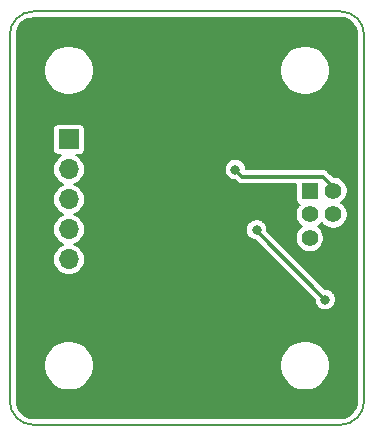
<source format=gbr>
G04 #@! TF.GenerationSoftware,KiCad,Pcbnew,5.1.2-f72e74a~84~ubuntu19.04.1*
G04 #@! TF.CreationDate,2019-06-20T20:35:49+03:00*
G04 #@! TF.ProjectId,GB-BRK-LINK-B,47422d42-524b-42d4-9c49-4e4b2d422e6b,v1.0*
G04 #@! TF.SameCoordinates,Original*
G04 #@! TF.FileFunction,Copper,L2,Bot*
G04 #@! TF.FilePolarity,Positive*
%FSLAX46Y46*%
G04 Gerber Fmt 4.6, Leading zero omitted, Abs format (unit mm)*
G04 Created by KiCad (PCBNEW 5.1.2-f72e74a~84~ubuntu19.04.1) date 2019-06-20 20:35:49*
%MOMM*%
%LPD*%
G04 APERTURE LIST*
%ADD10C,0.150000*%
%ADD11C,1.400000*%
%ADD12R,1.400000X1.400000*%
%ADD13O,2.200000X1.400000*%
%ADD14R,1.700000X1.700000*%
%ADD15O,1.700000X1.700000*%
%ADD16C,0.800000*%
%ADD17C,0.300000*%
%ADD18C,0.200000*%
G04 APERTURE END LIST*
D10*
X52000000Y-85000000D02*
G75*
G02X50000000Y-83000000I0J2000000D01*
G01*
X80000000Y-83000000D02*
G75*
G02X78000000Y-85000000I-2000000J0D01*
G01*
X78000000Y-50000000D02*
G75*
G02X80000000Y-52000000I0J-2000000D01*
G01*
X50000000Y-52000000D02*
G75*
G02X52000000Y-50000000I2000000J0D01*
G01*
X52000000Y-85000000D02*
X78000000Y-85000000D01*
X80000000Y-52000000D02*
X80000000Y-83000000D01*
X52000000Y-50000000D02*
X78000000Y-50000000D01*
X50000000Y-52000000D02*
X50000000Y-83000000D01*
D11*
X77400000Y-69200000D03*
X75400000Y-69200000D03*
X77400000Y-67200000D03*
X75400000Y-67200000D03*
X77400000Y-65200000D03*
D12*
X75400000Y-65200000D03*
D13*
X77000000Y-71700000D03*
X77000000Y-62700000D03*
D14*
X55000000Y-60850000D03*
D15*
X55000000Y-63390000D03*
X55000000Y-65930000D03*
X55000000Y-68470000D03*
X55000000Y-71010000D03*
X55000000Y-73550000D03*
D16*
X69100000Y-63400000D03*
X76700000Y-74400000D03*
X70900000Y-68500000D03*
D17*
X69699999Y-63999999D02*
X69100000Y-63400000D01*
X76499999Y-63999999D02*
X69699999Y-63999999D01*
X77400000Y-65200000D02*
X77400000Y-64900000D01*
X77400000Y-64900000D02*
X76499999Y-63999999D01*
X76700000Y-74400000D02*
X70900000Y-68600000D01*
X70900000Y-68600000D02*
X70900000Y-68500000D01*
D18*
G36*
X78276249Y-50604844D02*
G01*
X78541973Y-50685071D01*
X78787055Y-50815383D01*
X79002158Y-50990817D01*
X79179092Y-51204692D01*
X79311113Y-51448860D01*
X79393193Y-51714018D01*
X79425000Y-52016637D01*
X79425001Y-82971864D01*
X79395156Y-83276249D01*
X79314928Y-83541975D01*
X79184615Y-83787058D01*
X79009181Y-84002161D01*
X78795304Y-84179095D01*
X78551141Y-84311113D01*
X78285982Y-84393193D01*
X77983363Y-84425000D01*
X52028126Y-84425000D01*
X51723751Y-84395156D01*
X51458025Y-84314928D01*
X51212942Y-84184615D01*
X50997839Y-84009181D01*
X50820905Y-83795304D01*
X50688887Y-83551141D01*
X50606807Y-83285982D01*
X50575000Y-82983363D01*
X50575000Y-79793168D01*
X52900000Y-79793168D01*
X52900000Y-80206832D01*
X52980702Y-80612547D01*
X53139004Y-80994723D01*
X53368823Y-81338672D01*
X53661328Y-81631177D01*
X54005277Y-81860996D01*
X54387453Y-82019298D01*
X54793168Y-82100000D01*
X55206832Y-82100000D01*
X55612547Y-82019298D01*
X55994723Y-81860996D01*
X56338672Y-81631177D01*
X56631177Y-81338672D01*
X56860996Y-80994723D01*
X57019298Y-80612547D01*
X57100000Y-80206832D01*
X57100000Y-79793168D01*
X72900000Y-79793168D01*
X72900000Y-80206832D01*
X72980702Y-80612547D01*
X73139004Y-80994723D01*
X73368823Y-81338672D01*
X73661328Y-81631177D01*
X74005277Y-81860996D01*
X74387453Y-82019298D01*
X74793168Y-82100000D01*
X75206832Y-82100000D01*
X75612547Y-82019298D01*
X75994723Y-81860996D01*
X76338672Y-81631177D01*
X76631177Y-81338672D01*
X76860996Y-80994723D01*
X77019298Y-80612547D01*
X77100000Y-80206832D01*
X77100000Y-79793168D01*
X77019298Y-79387453D01*
X76860996Y-79005277D01*
X76631177Y-78661328D01*
X76338672Y-78368823D01*
X75994723Y-78139004D01*
X75612547Y-77980702D01*
X75206832Y-77900000D01*
X74793168Y-77900000D01*
X74387453Y-77980702D01*
X74005277Y-78139004D01*
X73661328Y-78368823D01*
X73368823Y-78661328D01*
X73139004Y-79005277D01*
X72980702Y-79387453D01*
X72900000Y-79793168D01*
X57100000Y-79793168D01*
X57019298Y-79387453D01*
X56860996Y-79005277D01*
X56631177Y-78661328D01*
X56338672Y-78368823D01*
X55994723Y-78139004D01*
X55612547Y-77980702D01*
X55206832Y-77900000D01*
X54793168Y-77900000D01*
X54387453Y-77980702D01*
X54005277Y-78139004D01*
X53661328Y-78368823D01*
X53368823Y-78661328D01*
X53139004Y-79005277D01*
X52980702Y-79387453D01*
X52900000Y-79793168D01*
X50575000Y-79793168D01*
X50575000Y-63390000D01*
X53643468Y-63390000D01*
X53669533Y-63654646D01*
X53746728Y-63909122D01*
X53872085Y-64143649D01*
X54040787Y-64349213D01*
X54246351Y-64517915D01*
X54480878Y-64643272D01*
X54536022Y-64660000D01*
X54480878Y-64676728D01*
X54246351Y-64802085D01*
X54040787Y-64970787D01*
X53872085Y-65176351D01*
X53746728Y-65410878D01*
X53669533Y-65665354D01*
X53643468Y-65930000D01*
X53669533Y-66194646D01*
X53746728Y-66449122D01*
X53872085Y-66683649D01*
X54040787Y-66889213D01*
X54246351Y-67057915D01*
X54480878Y-67183272D01*
X54536022Y-67200000D01*
X54480878Y-67216728D01*
X54246351Y-67342085D01*
X54040787Y-67510787D01*
X53872085Y-67716351D01*
X53746728Y-67950878D01*
X53669533Y-68205354D01*
X53643468Y-68470000D01*
X53669533Y-68734646D01*
X53746728Y-68989122D01*
X53872085Y-69223649D01*
X54040787Y-69429213D01*
X54246351Y-69597915D01*
X54480878Y-69723272D01*
X54536022Y-69740000D01*
X54480878Y-69756728D01*
X54246351Y-69882085D01*
X54040787Y-70050787D01*
X53872085Y-70256351D01*
X53746728Y-70490878D01*
X53669533Y-70745354D01*
X53643468Y-71010000D01*
X53669533Y-71274646D01*
X53746728Y-71529122D01*
X53872085Y-71763649D01*
X54040787Y-71969213D01*
X54246351Y-72137915D01*
X54480878Y-72263272D01*
X54735354Y-72340467D01*
X54933679Y-72360000D01*
X55066321Y-72360000D01*
X55264646Y-72340467D01*
X55519122Y-72263272D01*
X55753649Y-72137915D01*
X55959213Y-71969213D01*
X56127915Y-71763649D01*
X56253272Y-71529122D01*
X56330467Y-71274646D01*
X56356532Y-71010000D01*
X56330467Y-70745354D01*
X56253272Y-70490878D01*
X56127915Y-70256351D01*
X55959213Y-70050787D01*
X55753649Y-69882085D01*
X55519122Y-69756728D01*
X55463978Y-69740000D01*
X55519122Y-69723272D01*
X55753649Y-69597915D01*
X55959213Y-69429213D01*
X56127915Y-69223649D01*
X56253272Y-68989122D01*
X56330467Y-68734646D01*
X56356532Y-68470000D01*
X56350757Y-68411358D01*
X70000000Y-68411358D01*
X70000000Y-68588642D01*
X70034586Y-68762520D01*
X70102430Y-68926310D01*
X70200924Y-69073717D01*
X70326283Y-69199076D01*
X70473690Y-69297570D01*
X70637480Y-69365414D01*
X70773165Y-69392403D01*
X75800000Y-74419238D01*
X75800000Y-74488642D01*
X75834586Y-74662520D01*
X75902430Y-74826310D01*
X76000924Y-74973717D01*
X76126283Y-75099076D01*
X76273690Y-75197570D01*
X76437480Y-75265414D01*
X76611358Y-75300000D01*
X76788642Y-75300000D01*
X76962520Y-75265414D01*
X77126310Y-75197570D01*
X77273717Y-75099076D01*
X77399076Y-74973717D01*
X77497570Y-74826310D01*
X77565414Y-74662520D01*
X77600000Y-74488642D01*
X77600000Y-74311358D01*
X77565414Y-74137480D01*
X77497570Y-73973690D01*
X77399076Y-73826283D01*
X77273717Y-73700924D01*
X77126310Y-73602430D01*
X76962520Y-73534586D01*
X76788642Y-73500000D01*
X76719238Y-73500000D01*
X71800000Y-68580762D01*
X71800000Y-68411358D01*
X71765414Y-68237480D01*
X71697570Y-68073690D01*
X71599076Y-67926283D01*
X71473717Y-67800924D01*
X71326310Y-67702430D01*
X71162520Y-67634586D01*
X70988642Y-67600000D01*
X70811358Y-67600000D01*
X70637480Y-67634586D01*
X70473690Y-67702430D01*
X70326283Y-67800924D01*
X70200924Y-67926283D01*
X70102430Y-68073690D01*
X70034586Y-68237480D01*
X70000000Y-68411358D01*
X56350757Y-68411358D01*
X56330467Y-68205354D01*
X56253272Y-67950878D01*
X56127915Y-67716351D01*
X55959213Y-67510787D01*
X55753649Y-67342085D01*
X55519122Y-67216728D01*
X55463978Y-67200000D01*
X55519122Y-67183272D01*
X55753649Y-67057915D01*
X55959213Y-66889213D01*
X56127915Y-66683649D01*
X56253272Y-66449122D01*
X56330467Y-66194646D01*
X56356532Y-65930000D01*
X56330467Y-65665354D01*
X56253272Y-65410878D01*
X56127915Y-65176351D01*
X55959213Y-64970787D01*
X55753649Y-64802085D01*
X55519122Y-64676728D01*
X55463978Y-64660000D01*
X55519122Y-64643272D01*
X55753649Y-64517915D01*
X55959213Y-64349213D01*
X56127915Y-64143649D01*
X56253272Y-63909122D01*
X56330467Y-63654646D01*
X56356532Y-63390000D01*
X56348787Y-63311358D01*
X68200000Y-63311358D01*
X68200000Y-63488642D01*
X68234586Y-63662520D01*
X68302430Y-63826310D01*
X68400924Y-63973717D01*
X68526283Y-64099076D01*
X68673690Y-64197570D01*
X68837480Y-64265414D01*
X69011358Y-64300000D01*
X69080762Y-64300000D01*
X69217799Y-64437037D01*
X69238156Y-64461842D01*
X69337131Y-64543069D01*
X69450051Y-64603426D01*
X69572577Y-64640594D01*
X69668067Y-64649999D01*
X69668075Y-64649999D01*
X69699999Y-64653143D01*
X69731923Y-64649999D01*
X74197581Y-64649999D01*
X74197581Y-65900000D01*
X74207235Y-65998017D01*
X74235825Y-66092267D01*
X74282254Y-66179129D01*
X74344736Y-66255264D01*
X74420871Y-66317746D01*
X74507733Y-66364175D01*
X74531546Y-66371398D01*
X74467899Y-66435045D01*
X74336574Y-66631587D01*
X74246116Y-66849973D01*
X74200000Y-67081810D01*
X74200000Y-67318190D01*
X74246116Y-67550027D01*
X74336574Y-67768413D01*
X74467899Y-67964955D01*
X74635045Y-68132101D01*
X74736663Y-68200000D01*
X74635045Y-68267899D01*
X74467899Y-68435045D01*
X74336574Y-68631587D01*
X74246116Y-68849973D01*
X74200000Y-69081810D01*
X74200000Y-69318190D01*
X74246116Y-69550027D01*
X74336574Y-69768413D01*
X74467899Y-69964955D01*
X74635045Y-70132101D01*
X74831587Y-70263426D01*
X75049973Y-70353884D01*
X75281810Y-70400000D01*
X75518190Y-70400000D01*
X75750027Y-70353884D01*
X75968413Y-70263426D01*
X76164955Y-70132101D01*
X76332101Y-69964955D01*
X76463426Y-69768413D01*
X76553884Y-69550027D01*
X76600000Y-69318190D01*
X76600000Y-69081810D01*
X76553884Y-68849973D01*
X76463426Y-68631587D01*
X76332101Y-68435045D01*
X76164955Y-68267899D01*
X76063337Y-68200000D01*
X76164955Y-68132101D01*
X76332101Y-67964955D01*
X76400000Y-67863337D01*
X76467899Y-67964955D01*
X76635045Y-68132101D01*
X76831587Y-68263426D01*
X77049973Y-68353884D01*
X77281810Y-68400000D01*
X77518190Y-68400000D01*
X77750027Y-68353884D01*
X77968413Y-68263426D01*
X78164955Y-68132101D01*
X78332101Y-67964955D01*
X78463426Y-67768413D01*
X78553884Y-67550027D01*
X78600000Y-67318190D01*
X78600000Y-67081810D01*
X78553884Y-66849973D01*
X78463426Y-66631587D01*
X78332101Y-66435045D01*
X78164955Y-66267899D01*
X78063337Y-66200000D01*
X78164955Y-66132101D01*
X78332101Y-65964955D01*
X78463426Y-65768413D01*
X78553884Y-65550027D01*
X78600000Y-65318190D01*
X78600000Y-65081810D01*
X78553884Y-64849973D01*
X78463426Y-64631587D01*
X78332101Y-64435045D01*
X78164955Y-64267899D01*
X77968413Y-64136574D01*
X77750027Y-64046116D01*
X77518190Y-64000000D01*
X77419239Y-64000000D01*
X76982197Y-63562959D01*
X76961842Y-63538156D01*
X76862867Y-63456929D01*
X76749947Y-63396572D01*
X76627421Y-63359404D01*
X76531931Y-63349999D01*
X76531920Y-63349999D01*
X76499999Y-63346855D01*
X76468078Y-63349999D01*
X70000000Y-63349999D01*
X70000000Y-63311358D01*
X69965414Y-63137480D01*
X69897570Y-62973690D01*
X69799076Y-62826283D01*
X69673717Y-62700924D01*
X69526310Y-62602430D01*
X69362520Y-62534586D01*
X69188642Y-62500000D01*
X69011358Y-62500000D01*
X68837480Y-62534586D01*
X68673690Y-62602430D01*
X68526283Y-62700924D01*
X68400924Y-62826283D01*
X68302430Y-62973690D01*
X68234586Y-63137480D01*
X68200000Y-63311358D01*
X56348787Y-63311358D01*
X56330467Y-63125354D01*
X56253272Y-62870878D01*
X56127915Y-62636351D01*
X55959213Y-62430787D01*
X55753649Y-62262085D01*
X55642022Y-62202419D01*
X55850000Y-62202419D01*
X55948017Y-62192765D01*
X56042267Y-62164175D01*
X56129129Y-62117746D01*
X56205264Y-62055264D01*
X56267746Y-61979129D01*
X56314175Y-61892267D01*
X56342765Y-61798017D01*
X56352419Y-61700000D01*
X56352419Y-60000000D01*
X56342765Y-59901983D01*
X56314175Y-59807733D01*
X56267746Y-59720871D01*
X56205264Y-59644736D01*
X56129129Y-59582254D01*
X56042267Y-59535825D01*
X55948017Y-59507235D01*
X55850000Y-59497581D01*
X54150000Y-59497581D01*
X54051983Y-59507235D01*
X53957733Y-59535825D01*
X53870871Y-59582254D01*
X53794736Y-59644736D01*
X53732254Y-59720871D01*
X53685825Y-59807733D01*
X53657235Y-59901983D01*
X53647581Y-60000000D01*
X53647581Y-61700000D01*
X53657235Y-61798017D01*
X53685825Y-61892267D01*
X53732254Y-61979129D01*
X53794736Y-62055264D01*
X53870871Y-62117746D01*
X53957733Y-62164175D01*
X54051983Y-62192765D01*
X54150000Y-62202419D01*
X54357978Y-62202419D01*
X54246351Y-62262085D01*
X54040787Y-62430787D01*
X53872085Y-62636351D01*
X53746728Y-62870878D01*
X53669533Y-63125354D01*
X53643468Y-63390000D01*
X50575000Y-63390000D01*
X50575000Y-54793168D01*
X52900000Y-54793168D01*
X52900000Y-55206832D01*
X52980702Y-55612547D01*
X53139004Y-55994723D01*
X53368823Y-56338672D01*
X53661328Y-56631177D01*
X54005277Y-56860996D01*
X54387453Y-57019298D01*
X54793168Y-57100000D01*
X55206832Y-57100000D01*
X55612547Y-57019298D01*
X55994723Y-56860996D01*
X56338672Y-56631177D01*
X56631177Y-56338672D01*
X56860996Y-55994723D01*
X57019298Y-55612547D01*
X57100000Y-55206832D01*
X57100000Y-54793168D01*
X72900000Y-54793168D01*
X72900000Y-55206832D01*
X72980702Y-55612547D01*
X73139004Y-55994723D01*
X73368823Y-56338672D01*
X73661328Y-56631177D01*
X74005277Y-56860996D01*
X74387453Y-57019298D01*
X74793168Y-57100000D01*
X75206832Y-57100000D01*
X75612547Y-57019298D01*
X75994723Y-56860996D01*
X76338672Y-56631177D01*
X76631177Y-56338672D01*
X76860996Y-55994723D01*
X77019298Y-55612547D01*
X77100000Y-55206832D01*
X77100000Y-54793168D01*
X77019298Y-54387453D01*
X76860996Y-54005277D01*
X76631177Y-53661328D01*
X76338672Y-53368823D01*
X75994723Y-53139004D01*
X75612547Y-52980702D01*
X75206832Y-52900000D01*
X74793168Y-52900000D01*
X74387453Y-52980702D01*
X74005277Y-53139004D01*
X73661328Y-53368823D01*
X73368823Y-53661328D01*
X73139004Y-54005277D01*
X72980702Y-54387453D01*
X72900000Y-54793168D01*
X57100000Y-54793168D01*
X57019298Y-54387453D01*
X56860996Y-54005277D01*
X56631177Y-53661328D01*
X56338672Y-53368823D01*
X55994723Y-53139004D01*
X55612547Y-52980702D01*
X55206832Y-52900000D01*
X54793168Y-52900000D01*
X54387453Y-52980702D01*
X54005277Y-53139004D01*
X53661328Y-53368823D01*
X53368823Y-53661328D01*
X53139004Y-54005277D01*
X52980702Y-54387453D01*
X52900000Y-54793168D01*
X50575000Y-54793168D01*
X50575000Y-52028126D01*
X50604844Y-51723751D01*
X50685071Y-51458027D01*
X50815383Y-51212945D01*
X50990817Y-50997842D01*
X51204692Y-50820908D01*
X51448860Y-50688887D01*
X51714018Y-50606807D01*
X52016637Y-50575000D01*
X77971874Y-50575000D01*
X78276249Y-50604844D01*
X78276249Y-50604844D01*
G37*
X78276249Y-50604844D02*
X78541973Y-50685071D01*
X78787055Y-50815383D01*
X79002158Y-50990817D01*
X79179092Y-51204692D01*
X79311113Y-51448860D01*
X79393193Y-51714018D01*
X79425000Y-52016637D01*
X79425001Y-82971864D01*
X79395156Y-83276249D01*
X79314928Y-83541975D01*
X79184615Y-83787058D01*
X79009181Y-84002161D01*
X78795304Y-84179095D01*
X78551141Y-84311113D01*
X78285982Y-84393193D01*
X77983363Y-84425000D01*
X52028126Y-84425000D01*
X51723751Y-84395156D01*
X51458025Y-84314928D01*
X51212942Y-84184615D01*
X50997839Y-84009181D01*
X50820905Y-83795304D01*
X50688887Y-83551141D01*
X50606807Y-83285982D01*
X50575000Y-82983363D01*
X50575000Y-79793168D01*
X52900000Y-79793168D01*
X52900000Y-80206832D01*
X52980702Y-80612547D01*
X53139004Y-80994723D01*
X53368823Y-81338672D01*
X53661328Y-81631177D01*
X54005277Y-81860996D01*
X54387453Y-82019298D01*
X54793168Y-82100000D01*
X55206832Y-82100000D01*
X55612547Y-82019298D01*
X55994723Y-81860996D01*
X56338672Y-81631177D01*
X56631177Y-81338672D01*
X56860996Y-80994723D01*
X57019298Y-80612547D01*
X57100000Y-80206832D01*
X57100000Y-79793168D01*
X72900000Y-79793168D01*
X72900000Y-80206832D01*
X72980702Y-80612547D01*
X73139004Y-80994723D01*
X73368823Y-81338672D01*
X73661328Y-81631177D01*
X74005277Y-81860996D01*
X74387453Y-82019298D01*
X74793168Y-82100000D01*
X75206832Y-82100000D01*
X75612547Y-82019298D01*
X75994723Y-81860996D01*
X76338672Y-81631177D01*
X76631177Y-81338672D01*
X76860996Y-80994723D01*
X77019298Y-80612547D01*
X77100000Y-80206832D01*
X77100000Y-79793168D01*
X77019298Y-79387453D01*
X76860996Y-79005277D01*
X76631177Y-78661328D01*
X76338672Y-78368823D01*
X75994723Y-78139004D01*
X75612547Y-77980702D01*
X75206832Y-77900000D01*
X74793168Y-77900000D01*
X74387453Y-77980702D01*
X74005277Y-78139004D01*
X73661328Y-78368823D01*
X73368823Y-78661328D01*
X73139004Y-79005277D01*
X72980702Y-79387453D01*
X72900000Y-79793168D01*
X57100000Y-79793168D01*
X57019298Y-79387453D01*
X56860996Y-79005277D01*
X56631177Y-78661328D01*
X56338672Y-78368823D01*
X55994723Y-78139004D01*
X55612547Y-77980702D01*
X55206832Y-77900000D01*
X54793168Y-77900000D01*
X54387453Y-77980702D01*
X54005277Y-78139004D01*
X53661328Y-78368823D01*
X53368823Y-78661328D01*
X53139004Y-79005277D01*
X52980702Y-79387453D01*
X52900000Y-79793168D01*
X50575000Y-79793168D01*
X50575000Y-63390000D01*
X53643468Y-63390000D01*
X53669533Y-63654646D01*
X53746728Y-63909122D01*
X53872085Y-64143649D01*
X54040787Y-64349213D01*
X54246351Y-64517915D01*
X54480878Y-64643272D01*
X54536022Y-64660000D01*
X54480878Y-64676728D01*
X54246351Y-64802085D01*
X54040787Y-64970787D01*
X53872085Y-65176351D01*
X53746728Y-65410878D01*
X53669533Y-65665354D01*
X53643468Y-65930000D01*
X53669533Y-66194646D01*
X53746728Y-66449122D01*
X53872085Y-66683649D01*
X54040787Y-66889213D01*
X54246351Y-67057915D01*
X54480878Y-67183272D01*
X54536022Y-67200000D01*
X54480878Y-67216728D01*
X54246351Y-67342085D01*
X54040787Y-67510787D01*
X53872085Y-67716351D01*
X53746728Y-67950878D01*
X53669533Y-68205354D01*
X53643468Y-68470000D01*
X53669533Y-68734646D01*
X53746728Y-68989122D01*
X53872085Y-69223649D01*
X54040787Y-69429213D01*
X54246351Y-69597915D01*
X54480878Y-69723272D01*
X54536022Y-69740000D01*
X54480878Y-69756728D01*
X54246351Y-69882085D01*
X54040787Y-70050787D01*
X53872085Y-70256351D01*
X53746728Y-70490878D01*
X53669533Y-70745354D01*
X53643468Y-71010000D01*
X53669533Y-71274646D01*
X53746728Y-71529122D01*
X53872085Y-71763649D01*
X54040787Y-71969213D01*
X54246351Y-72137915D01*
X54480878Y-72263272D01*
X54735354Y-72340467D01*
X54933679Y-72360000D01*
X55066321Y-72360000D01*
X55264646Y-72340467D01*
X55519122Y-72263272D01*
X55753649Y-72137915D01*
X55959213Y-71969213D01*
X56127915Y-71763649D01*
X56253272Y-71529122D01*
X56330467Y-71274646D01*
X56356532Y-71010000D01*
X56330467Y-70745354D01*
X56253272Y-70490878D01*
X56127915Y-70256351D01*
X55959213Y-70050787D01*
X55753649Y-69882085D01*
X55519122Y-69756728D01*
X55463978Y-69740000D01*
X55519122Y-69723272D01*
X55753649Y-69597915D01*
X55959213Y-69429213D01*
X56127915Y-69223649D01*
X56253272Y-68989122D01*
X56330467Y-68734646D01*
X56356532Y-68470000D01*
X56350757Y-68411358D01*
X70000000Y-68411358D01*
X70000000Y-68588642D01*
X70034586Y-68762520D01*
X70102430Y-68926310D01*
X70200924Y-69073717D01*
X70326283Y-69199076D01*
X70473690Y-69297570D01*
X70637480Y-69365414D01*
X70773165Y-69392403D01*
X75800000Y-74419238D01*
X75800000Y-74488642D01*
X75834586Y-74662520D01*
X75902430Y-74826310D01*
X76000924Y-74973717D01*
X76126283Y-75099076D01*
X76273690Y-75197570D01*
X76437480Y-75265414D01*
X76611358Y-75300000D01*
X76788642Y-75300000D01*
X76962520Y-75265414D01*
X77126310Y-75197570D01*
X77273717Y-75099076D01*
X77399076Y-74973717D01*
X77497570Y-74826310D01*
X77565414Y-74662520D01*
X77600000Y-74488642D01*
X77600000Y-74311358D01*
X77565414Y-74137480D01*
X77497570Y-73973690D01*
X77399076Y-73826283D01*
X77273717Y-73700924D01*
X77126310Y-73602430D01*
X76962520Y-73534586D01*
X76788642Y-73500000D01*
X76719238Y-73500000D01*
X71800000Y-68580762D01*
X71800000Y-68411358D01*
X71765414Y-68237480D01*
X71697570Y-68073690D01*
X71599076Y-67926283D01*
X71473717Y-67800924D01*
X71326310Y-67702430D01*
X71162520Y-67634586D01*
X70988642Y-67600000D01*
X70811358Y-67600000D01*
X70637480Y-67634586D01*
X70473690Y-67702430D01*
X70326283Y-67800924D01*
X70200924Y-67926283D01*
X70102430Y-68073690D01*
X70034586Y-68237480D01*
X70000000Y-68411358D01*
X56350757Y-68411358D01*
X56330467Y-68205354D01*
X56253272Y-67950878D01*
X56127915Y-67716351D01*
X55959213Y-67510787D01*
X55753649Y-67342085D01*
X55519122Y-67216728D01*
X55463978Y-67200000D01*
X55519122Y-67183272D01*
X55753649Y-67057915D01*
X55959213Y-66889213D01*
X56127915Y-66683649D01*
X56253272Y-66449122D01*
X56330467Y-66194646D01*
X56356532Y-65930000D01*
X56330467Y-65665354D01*
X56253272Y-65410878D01*
X56127915Y-65176351D01*
X55959213Y-64970787D01*
X55753649Y-64802085D01*
X55519122Y-64676728D01*
X55463978Y-64660000D01*
X55519122Y-64643272D01*
X55753649Y-64517915D01*
X55959213Y-64349213D01*
X56127915Y-64143649D01*
X56253272Y-63909122D01*
X56330467Y-63654646D01*
X56356532Y-63390000D01*
X56348787Y-63311358D01*
X68200000Y-63311358D01*
X68200000Y-63488642D01*
X68234586Y-63662520D01*
X68302430Y-63826310D01*
X68400924Y-63973717D01*
X68526283Y-64099076D01*
X68673690Y-64197570D01*
X68837480Y-64265414D01*
X69011358Y-64300000D01*
X69080762Y-64300000D01*
X69217799Y-64437037D01*
X69238156Y-64461842D01*
X69337131Y-64543069D01*
X69450051Y-64603426D01*
X69572577Y-64640594D01*
X69668067Y-64649999D01*
X69668075Y-64649999D01*
X69699999Y-64653143D01*
X69731923Y-64649999D01*
X74197581Y-64649999D01*
X74197581Y-65900000D01*
X74207235Y-65998017D01*
X74235825Y-66092267D01*
X74282254Y-66179129D01*
X74344736Y-66255264D01*
X74420871Y-66317746D01*
X74507733Y-66364175D01*
X74531546Y-66371398D01*
X74467899Y-66435045D01*
X74336574Y-66631587D01*
X74246116Y-66849973D01*
X74200000Y-67081810D01*
X74200000Y-67318190D01*
X74246116Y-67550027D01*
X74336574Y-67768413D01*
X74467899Y-67964955D01*
X74635045Y-68132101D01*
X74736663Y-68200000D01*
X74635045Y-68267899D01*
X74467899Y-68435045D01*
X74336574Y-68631587D01*
X74246116Y-68849973D01*
X74200000Y-69081810D01*
X74200000Y-69318190D01*
X74246116Y-69550027D01*
X74336574Y-69768413D01*
X74467899Y-69964955D01*
X74635045Y-70132101D01*
X74831587Y-70263426D01*
X75049973Y-70353884D01*
X75281810Y-70400000D01*
X75518190Y-70400000D01*
X75750027Y-70353884D01*
X75968413Y-70263426D01*
X76164955Y-70132101D01*
X76332101Y-69964955D01*
X76463426Y-69768413D01*
X76553884Y-69550027D01*
X76600000Y-69318190D01*
X76600000Y-69081810D01*
X76553884Y-68849973D01*
X76463426Y-68631587D01*
X76332101Y-68435045D01*
X76164955Y-68267899D01*
X76063337Y-68200000D01*
X76164955Y-68132101D01*
X76332101Y-67964955D01*
X76400000Y-67863337D01*
X76467899Y-67964955D01*
X76635045Y-68132101D01*
X76831587Y-68263426D01*
X77049973Y-68353884D01*
X77281810Y-68400000D01*
X77518190Y-68400000D01*
X77750027Y-68353884D01*
X77968413Y-68263426D01*
X78164955Y-68132101D01*
X78332101Y-67964955D01*
X78463426Y-67768413D01*
X78553884Y-67550027D01*
X78600000Y-67318190D01*
X78600000Y-67081810D01*
X78553884Y-66849973D01*
X78463426Y-66631587D01*
X78332101Y-66435045D01*
X78164955Y-66267899D01*
X78063337Y-66200000D01*
X78164955Y-66132101D01*
X78332101Y-65964955D01*
X78463426Y-65768413D01*
X78553884Y-65550027D01*
X78600000Y-65318190D01*
X78600000Y-65081810D01*
X78553884Y-64849973D01*
X78463426Y-64631587D01*
X78332101Y-64435045D01*
X78164955Y-64267899D01*
X77968413Y-64136574D01*
X77750027Y-64046116D01*
X77518190Y-64000000D01*
X77419239Y-64000000D01*
X76982197Y-63562959D01*
X76961842Y-63538156D01*
X76862867Y-63456929D01*
X76749947Y-63396572D01*
X76627421Y-63359404D01*
X76531931Y-63349999D01*
X76531920Y-63349999D01*
X76499999Y-63346855D01*
X76468078Y-63349999D01*
X70000000Y-63349999D01*
X70000000Y-63311358D01*
X69965414Y-63137480D01*
X69897570Y-62973690D01*
X69799076Y-62826283D01*
X69673717Y-62700924D01*
X69526310Y-62602430D01*
X69362520Y-62534586D01*
X69188642Y-62500000D01*
X69011358Y-62500000D01*
X68837480Y-62534586D01*
X68673690Y-62602430D01*
X68526283Y-62700924D01*
X68400924Y-62826283D01*
X68302430Y-62973690D01*
X68234586Y-63137480D01*
X68200000Y-63311358D01*
X56348787Y-63311358D01*
X56330467Y-63125354D01*
X56253272Y-62870878D01*
X56127915Y-62636351D01*
X55959213Y-62430787D01*
X55753649Y-62262085D01*
X55642022Y-62202419D01*
X55850000Y-62202419D01*
X55948017Y-62192765D01*
X56042267Y-62164175D01*
X56129129Y-62117746D01*
X56205264Y-62055264D01*
X56267746Y-61979129D01*
X56314175Y-61892267D01*
X56342765Y-61798017D01*
X56352419Y-61700000D01*
X56352419Y-60000000D01*
X56342765Y-59901983D01*
X56314175Y-59807733D01*
X56267746Y-59720871D01*
X56205264Y-59644736D01*
X56129129Y-59582254D01*
X56042267Y-59535825D01*
X55948017Y-59507235D01*
X55850000Y-59497581D01*
X54150000Y-59497581D01*
X54051983Y-59507235D01*
X53957733Y-59535825D01*
X53870871Y-59582254D01*
X53794736Y-59644736D01*
X53732254Y-59720871D01*
X53685825Y-59807733D01*
X53657235Y-59901983D01*
X53647581Y-60000000D01*
X53647581Y-61700000D01*
X53657235Y-61798017D01*
X53685825Y-61892267D01*
X53732254Y-61979129D01*
X53794736Y-62055264D01*
X53870871Y-62117746D01*
X53957733Y-62164175D01*
X54051983Y-62192765D01*
X54150000Y-62202419D01*
X54357978Y-62202419D01*
X54246351Y-62262085D01*
X54040787Y-62430787D01*
X53872085Y-62636351D01*
X53746728Y-62870878D01*
X53669533Y-63125354D01*
X53643468Y-63390000D01*
X50575000Y-63390000D01*
X50575000Y-54793168D01*
X52900000Y-54793168D01*
X52900000Y-55206832D01*
X52980702Y-55612547D01*
X53139004Y-55994723D01*
X53368823Y-56338672D01*
X53661328Y-56631177D01*
X54005277Y-56860996D01*
X54387453Y-57019298D01*
X54793168Y-57100000D01*
X55206832Y-57100000D01*
X55612547Y-57019298D01*
X55994723Y-56860996D01*
X56338672Y-56631177D01*
X56631177Y-56338672D01*
X56860996Y-55994723D01*
X57019298Y-55612547D01*
X57100000Y-55206832D01*
X57100000Y-54793168D01*
X72900000Y-54793168D01*
X72900000Y-55206832D01*
X72980702Y-55612547D01*
X73139004Y-55994723D01*
X73368823Y-56338672D01*
X73661328Y-56631177D01*
X74005277Y-56860996D01*
X74387453Y-57019298D01*
X74793168Y-57100000D01*
X75206832Y-57100000D01*
X75612547Y-57019298D01*
X75994723Y-56860996D01*
X76338672Y-56631177D01*
X76631177Y-56338672D01*
X76860996Y-55994723D01*
X77019298Y-55612547D01*
X77100000Y-55206832D01*
X77100000Y-54793168D01*
X77019298Y-54387453D01*
X76860996Y-54005277D01*
X76631177Y-53661328D01*
X76338672Y-53368823D01*
X75994723Y-53139004D01*
X75612547Y-52980702D01*
X75206832Y-52900000D01*
X74793168Y-52900000D01*
X74387453Y-52980702D01*
X74005277Y-53139004D01*
X73661328Y-53368823D01*
X73368823Y-53661328D01*
X73139004Y-54005277D01*
X72980702Y-54387453D01*
X72900000Y-54793168D01*
X57100000Y-54793168D01*
X57019298Y-54387453D01*
X56860996Y-54005277D01*
X56631177Y-53661328D01*
X56338672Y-53368823D01*
X55994723Y-53139004D01*
X55612547Y-52980702D01*
X55206832Y-52900000D01*
X54793168Y-52900000D01*
X54387453Y-52980702D01*
X54005277Y-53139004D01*
X53661328Y-53368823D01*
X53368823Y-53661328D01*
X53139004Y-54005277D01*
X52980702Y-54387453D01*
X52900000Y-54793168D01*
X50575000Y-54793168D01*
X50575000Y-52028126D01*
X50604844Y-51723751D01*
X50685071Y-51458027D01*
X50815383Y-51212945D01*
X50990817Y-50997842D01*
X51204692Y-50820908D01*
X51448860Y-50688887D01*
X51714018Y-50606807D01*
X52016637Y-50575000D01*
X77971874Y-50575000D01*
X78276249Y-50604844D01*
M02*

</source>
